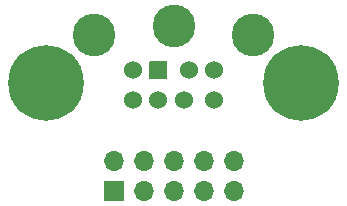
<source format=gts>
%TF.GenerationSoftware,KiCad,Pcbnew,5.1.12-84ad8e8a86~92~ubuntu20.04.1*%
%TF.CreationDate,2021-12-07T00:08:57-06:00*%
%TF.ProjectId,portboard_ribbon,706f7274-626f-4617-9264-5f726962626f,rev?*%
%TF.SameCoordinates,Original*%
%TF.FileFunction,Soldermask,Top*%
%TF.FilePolarity,Negative*%
%FSLAX46Y46*%
G04 Gerber Fmt 4.6, Leading zero omitted, Abs format (unit mm)*
G04 Created by KiCad (PCBNEW 5.1.12-84ad8e8a86~92~ubuntu20.04.1) date 2021-12-07 00:08:57*
%MOMM*%
%LPD*%
G01*
G04 APERTURE LIST*
%ADD10C,1.524000*%
%ADD11C,3.601600*%
%ADD12O,1.700000X1.700000*%
%ADD13R,1.700000X1.700000*%
%ADD14C,6.400000*%
G04 APERTURE END LIST*
D10*
%TO.C,J2*%
X67829000Y-41053000D03*
X65629000Y-41053000D03*
X63529000Y-41053000D03*
X70329000Y-41053000D03*
X70329000Y-38553000D03*
X63529000Y-38553000D03*
G36*
G01*
X64867000Y-39264200D02*
X64867000Y-37841800D01*
G75*
G02*
X64917800Y-37791000I50800J0D01*
G01*
X66340200Y-37791000D01*
G75*
G02*
X66391000Y-37841800I0J-50800D01*
G01*
X66391000Y-39264200D01*
G75*
G02*
X66340200Y-39315000I-50800J0D01*
G01*
X64917800Y-39315000D01*
G75*
G02*
X64867000Y-39264200I0J50800D01*
G01*
G37*
X68229000Y-38553000D03*
D11*
X66929000Y-34753000D03*
X60179000Y-35553000D03*
X73679000Y-35553000D03*
%TD*%
D12*
%TO.C,J1*%
X72009000Y-46228000D03*
X72009000Y-48768000D03*
X69469000Y-46228000D03*
X69469000Y-48768000D03*
X66929000Y-46228000D03*
X66929000Y-48768000D03*
X64389000Y-46228000D03*
X64389000Y-48768000D03*
X61849000Y-46228000D03*
D13*
X61849000Y-48768000D03*
%TD*%
D14*
%TO.C,H2*%
X77724000Y-39624000D03*
%TD*%
%TO.C,H1*%
X56134000Y-39624000D03*
%TD*%
M02*

</source>
